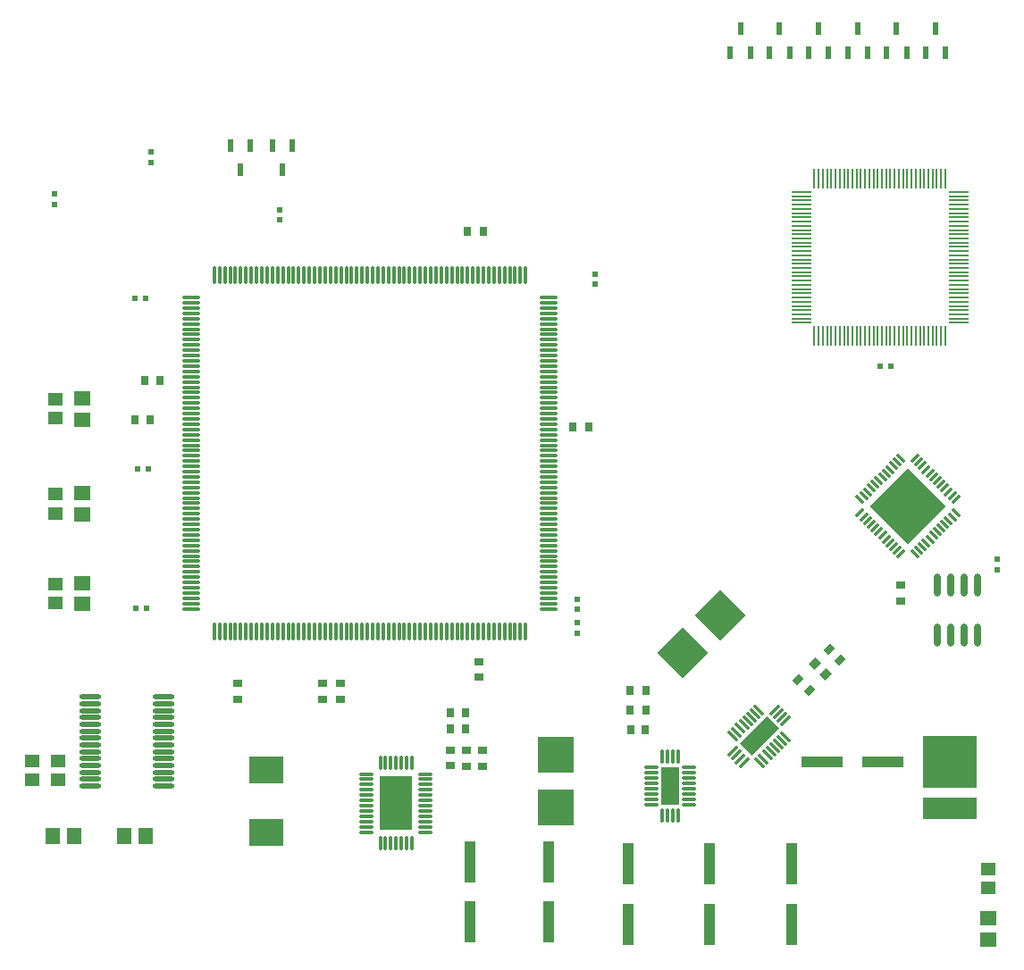
<source format=gtp>
%FSAX24Y24*%
%MOIN*%
G70*
G01*
G75*
G04 Layer_Color=8421504*
%ADD10C,0.0080*%
%ADD11C,0.0079*%
%ADD12R,0.0591X0.0551*%
%ADD13R,0.0551X0.0591*%
%ADD14O,0.0236X0.0866*%
%ADD15R,0.0394X0.1575*%
%ADD16R,0.1575X0.0394*%
%ADD17R,0.1299X0.0984*%
G04:AMPARAMS|DCode=18|XSize=8.7mil|YSize=74.8mil|CornerRadius=2.2mil|HoleSize=0mil|Usage=FLASHONLY|Rotation=90.000|XOffset=0mil|YOffset=0mil|HoleType=Round|Shape=RoundedRectangle|*
%AMROUNDEDRECTD18*
21,1,0.0087,0.0705,0,0,90.0*
21,1,0.0043,0.0748,0,0,90.0*
1,1,0.0043,0.0352,0.0022*
1,1,0.0043,0.0352,-0.0022*
1,1,0.0043,-0.0352,-0.0022*
1,1,0.0043,-0.0352,0.0022*
%
%ADD18ROUNDEDRECTD18*%
G04:AMPARAMS|DCode=19|XSize=8.7mil|YSize=74.8mil|CornerRadius=2.2mil|HoleSize=0mil|Usage=FLASHONLY|Rotation=180.000|XOffset=0mil|YOffset=0mil|HoleType=Round|Shape=RoundedRectangle|*
%AMROUNDEDRECTD19*
21,1,0.0087,0.0705,0,0,180.0*
21,1,0.0043,0.0748,0,0,180.0*
1,1,0.0043,-0.0022,0.0352*
1,1,0.0043,0.0022,0.0352*
1,1,0.0043,0.0022,-0.0352*
1,1,0.0043,-0.0022,-0.0352*
%
%ADD19ROUNDEDRECTD19*%
G04:AMPARAMS|DCode=20|XSize=133.9mil|YSize=135.8mil|CornerRadius=0mil|HoleSize=0mil|Usage=FLASHONLY|Rotation=135.000|XOffset=0mil|YOffset=0mil|HoleType=Round|Shape=Rectangle|*
%AMROTATEDRECTD20*
4,1,4,0.0953,0.0007,-0.0007,-0.0953,-0.0953,-0.0007,0.0007,0.0953,0.0953,0.0007,0.0*
%
%ADD20ROTATEDRECTD20*%

%ADD21R,0.1339X0.1358*%
%ADD22R,0.2047X0.0827*%
%ADD23R,0.2047X0.1969*%
G04:AMPARAMS|DCode=24|XSize=11.8mil|YSize=65mil|CornerRadius=3mil|HoleSize=0mil|Usage=FLASHONLY|Rotation=90.000|XOffset=0mil|YOffset=0mil|HoleType=Round|Shape=RoundedRectangle|*
%AMROUNDEDRECTD24*
21,1,0.0118,0.0591,0,0,90.0*
21,1,0.0059,0.0650,0,0,90.0*
1,1,0.0059,0.0295,0.0030*
1,1,0.0059,0.0295,-0.0030*
1,1,0.0059,-0.0295,-0.0030*
1,1,0.0059,-0.0295,0.0030*
%
%ADD24ROUNDEDRECTD24*%
G04:AMPARAMS|DCode=25|XSize=11.8mil|YSize=65mil|CornerRadius=3mil|HoleSize=0mil|Usage=FLASHONLY|Rotation=0.000|XOffset=0mil|YOffset=0mil|HoleType=Round|Shape=RoundedRectangle|*
%AMROUNDEDRECTD25*
21,1,0.0118,0.0591,0,0,0.0*
21,1,0.0059,0.0650,0,0,0.0*
1,1,0.0059,0.0030,-0.0295*
1,1,0.0059,-0.0030,-0.0295*
1,1,0.0059,-0.0030,0.0295*
1,1,0.0059,0.0030,0.0295*
%
%ADD25ROUNDEDRECTD25*%
%ADD26O,0.0827X0.0177*%
%ADD27R,0.1240X0.2028*%
%ADD28O,0.0118X0.0551*%
%ADD29O,0.0551X0.0118*%
G04:AMPARAMS|DCode=30|XSize=65mil|YSize=143.7mil|CornerRadius=0mil|HoleSize=0mil|Usage=FLASHONLY|Rotation=315.000|XOffset=0mil|YOffset=0mil|HoleType=Round|Shape=Rectangle|*
%AMROTATEDRECTD30*
4,1,4,-0.0738,-0.0278,0.0278,0.0738,0.0738,0.0278,-0.0278,-0.0738,-0.0738,-0.0278,0.0*
%
%ADD30ROTATEDRECTD30*%

G04:AMPARAMS|DCode=31|XSize=11.8mil|YSize=55.1mil|CornerRadius=0mil|HoleSize=0mil|Usage=FLASHONLY|Rotation=315.000|XOffset=0mil|YOffset=0mil|HoleType=Round|Shape=Round|*
%AMOVALD31*
21,1,0.0433,0.0118,0.0000,0.0000,45.0*
1,1,0.0118,-0.0153,-0.0153*
1,1,0.0118,0.0153,0.0153*
%
%ADD31OVALD31*%

G04:AMPARAMS|DCode=32|XSize=11.8mil|YSize=55.1mil|CornerRadius=0mil|HoleSize=0mil|Usage=FLASHONLY|Rotation=45.000|XOffset=0mil|YOffset=0mil|HoleType=Round|Shape=Round|*
%AMOVALD32*
21,1,0.0433,0.0118,0.0000,0.0000,135.0*
1,1,0.0118,0.0153,-0.0153*
1,1,0.0118,-0.0153,0.0153*
%
%ADD32OVALD32*%

%ADD33R,0.0650X0.1437*%
%ADD34R,0.0197X0.0236*%
%ADD35R,0.0236X0.0197*%
%ADD36R,0.0354X0.0276*%
%ADD37R,0.0276X0.0354*%
%ADD38R,0.0354X0.0315*%
%ADD39R,0.0315X0.0354*%
G04:AMPARAMS|DCode=40|XSize=35.4mil|YSize=31.5mil|CornerRadius=0mil|HoleSize=0mil|Usage=FLASHONLY|Rotation=225.000|XOffset=0mil|YOffset=0mil|HoleType=Round|Shape=Rectangle|*
%AMROTATEDRECTD40*
4,1,4,0.0014,0.0237,0.0237,0.0014,-0.0014,-0.0237,-0.0237,-0.0014,0.0014,0.0237,0.0*
%
%ADD40ROTATEDRECTD40*%

%ADD41R,0.0551X0.0472*%
G04:AMPARAMS|DCode=42|XSize=35.4mil|YSize=27.6mil|CornerRadius=0mil|HoleSize=0mil|Usage=FLASHONLY|Rotation=45.000|XOffset=0mil|YOffset=0mil|HoleType=Round|Shape=Rectangle|*
%AMROTATEDRECTD42*
4,1,4,-0.0028,-0.0223,-0.0223,-0.0028,0.0028,0.0223,0.0223,0.0028,-0.0028,-0.0223,0.0*
%
%ADD42ROTATEDRECTD42*%

%ADD43P,0.2840X4X270.0*%
G04:AMPARAMS|DCode=44|XSize=11.8mil|YSize=39.4mil|CornerRadius=0mil|HoleSize=0mil|Usage=FLASHONLY|Rotation=225.000|XOffset=0mil|YOffset=0mil|HoleType=Round|Shape=Rectangle|*
%AMROTATEDRECTD44*
4,1,4,-0.0097,0.0181,0.0181,-0.0097,0.0097,-0.0181,-0.0181,0.0097,-0.0097,0.0181,0.0*
%
%ADD44ROTATEDRECTD44*%

G04:AMPARAMS|DCode=45|XSize=11.8mil|YSize=39.4mil|CornerRadius=0mil|HoleSize=0mil|Usage=FLASHONLY|Rotation=315.000|XOffset=0mil|YOffset=0mil|HoleType=Round|Shape=Rectangle|*
%AMROTATEDRECTD45*
4,1,4,-0.0181,-0.0097,0.0097,0.0181,0.0181,0.0097,-0.0097,-0.0181,-0.0181,-0.0097,0.0*
%
%ADD45ROTATEDRECTD45*%

%ADD46R,0.0236X0.0453*%
%ADD47C,0.0118*%
%ADD48C,0.0197*%
%ADD49C,0.0110*%
%ADD50C,0.0315*%
%ADD51C,0.0236*%
%ADD52C,0.0551*%
%ADD53C,0.0157*%
%ADD54C,0.0276*%
%ADD55C,0.0100*%
%ADD56C,0.0709*%
%ADD57C,0.0787*%
%ADD58C,0.0472*%
%ADD59C,0.0512*%
%ADD60C,0.0827*%
%ADD61C,0.0120*%
%ADD62R,0.3858X0.3858*%
%ADD63O,0.2362X0.2756*%
%ADD64C,0.0551*%
%ADD65O,0.2756X0.2362*%
%ADD66O,0.1181X0.1024*%
%ADD67R,0.0827X0.0827*%
%ADD68C,0.0827*%
%ADD69C,0.0709*%
%ADD70C,0.1575*%
%ADD71C,0.1181*%
%ADD72O,0.2362X0.1969*%
%ADD73O,0.2362X0.1575*%
%ADD74O,0.1181X0.2362*%
%ADD75C,0.0748*%
%ADD76R,0.0748X0.0748*%
%ADD77R,0.0748X0.0748*%
%ADD78R,0.0787X0.0787*%
%ADD79C,0.0787*%
%ADD80C,0.2362*%
%ADD81C,0.1654*%
%ADD82C,0.0630*%
%ADD83R,0.0630X0.0630*%
%ADD84C,0.0280*%
%ADD85C,0.0472*%
%ADD86C,0.0079*%
G04:AMPARAMS|DCode=87|XSize=16.5mil|YSize=65mil|CornerRadius=4.1mil|HoleSize=0mil|Usage=FLASHONLY|Rotation=45.000|XOffset=0mil|YOffset=0mil|HoleType=Round|Shape=RoundedRectangle|*
%AMROUNDEDRECTD87*
21,1,0.0165,0.0567,0,0,45.0*
21,1,0.0083,0.0650,0,0,45.0*
1,1,0.0083,0.0230,-0.0171*
1,1,0.0083,0.0171,-0.0230*
1,1,0.0083,-0.0230,0.0171*
1,1,0.0083,-0.0171,0.0230*
%
%ADD87ROUNDEDRECTD87*%
G04:AMPARAMS|DCode=88|XSize=16.5mil|YSize=65mil|CornerRadius=4.1mil|HoleSize=0mil|Usage=FLASHONLY|Rotation=315.000|XOffset=0mil|YOffset=0mil|HoleType=Round|Shape=RoundedRectangle|*
%AMROUNDEDRECTD88*
21,1,0.0165,0.0567,0,0,315.0*
21,1,0.0083,0.0650,0,0,315.0*
1,1,0.0083,-0.0171,-0.0230*
1,1,0.0083,-0.0230,-0.0171*
1,1,0.0083,0.0171,0.0230*
1,1,0.0083,0.0230,0.0171*
%
%ADD88ROUNDEDRECTD88*%
G04:AMPARAMS|DCode=89|XSize=19.7mil|YSize=23.6mil|CornerRadius=0mil|HoleSize=0mil|Usage=FLASHONLY|Rotation=315.000|XOffset=0mil|YOffset=0mil|HoleType=Round|Shape=Rectangle|*
%AMROTATEDRECTD89*
4,1,4,-0.0153,-0.0014,0.0014,0.0153,0.0153,0.0014,-0.0014,-0.0153,-0.0153,-0.0014,0.0*
%
%ADD89ROTATEDRECTD89*%

%ADD90R,0.0433X0.0669*%
G04:AMPARAMS|DCode=91|XSize=66.9mil|YSize=43.3mil|CornerRadius=0mil|HoleSize=0mil|Usage=FLASHONLY|Rotation=225.000|XOffset=0mil|YOffset=0mil|HoleType=Round|Shape=Rectangle|*
%AMROTATEDRECTD91*
4,1,4,0.0084,0.0390,0.0390,0.0084,-0.0084,-0.0390,-0.0390,-0.0084,0.0084,0.0390,0.0*
%
%ADD91ROTATEDRECTD91*%

%ADD92R,0.0669X0.0433*%
G04:AMPARAMS|DCode=93|XSize=66.9mil|YSize=43.3mil|CornerRadius=0mil|HoleSize=0mil|Usage=FLASHONLY|Rotation=135.000|XOffset=0mil|YOffset=0mil|HoleType=Round|Shape=Rectangle|*
%AMROTATEDRECTD93*
4,1,4,0.0390,-0.0084,0.0084,-0.0390,-0.0390,0.0084,-0.0084,0.0390,0.0390,-0.0084,0.0*
%
%ADD93ROTATEDRECTD93*%

%ADD94O,0.0984X0.0295*%
%ADD95R,0.0630X0.0512*%
G04:AMPARAMS|DCode=96|XSize=49.2mil|YSize=33.5mil|CornerRadius=0mil|HoleSize=0mil|Usage=FLASHONLY|Rotation=135.000|XOffset=0mil|YOffset=0mil|HoleType=Round|Shape=Rectangle|*
%AMROTATEDRECTD96*
4,1,4,0.0292,-0.0056,0.0056,-0.0292,-0.0292,0.0056,-0.0056,0.0292,0.0292,-0.0056,0.0*
%
%ADD96ROTATEDRECTD96*%

G04:AMPARAMS|DCode=97|XSize=19.7mil|YSize=23.6mil|CornerRadius=0mil|HoleSize=0mil|Usage=FLASHONLY|Rotation=225.000|XOffset=0mil|YOffset=0mil|HoleType=Round|Shape=Rectangle|*
%AMROTATEDRECTD97*
4,1,4,-0.0014,0.0153,0.0153,-0.0014,0.0014,-0.0153,-0.0153,0.0014,-0.0014,0.0153,0.0*
%
%ADD97ROTATEDRECTD97*%

%ADD98R,0.0433X0.0551*%
%ADD99R,0.0551X0.0433*%
%ADD100R,0.0453X0.0236*%
%ADD101C,0.0394*%
%ADD102C,0.0433*%
%ADD103C,0.0630*%
%ADD104C,0.0984*%
%ADD105C,0.1575*%
%ADD106C,0.1181*%
%ADD107C,0.0098*%
%ADD108C,0.0010*%
D12*
X052520Y011299D02*
D03*
Y012087D02*
D03*
X018701Y024606D02*
D03*
Y023819D02*
D03*
Y027953D02*
D03*
Y027165D02*
D03*
Y031496D02*
D03*
Y030709D02*
D03*
D13*
X021063Y015157D02*
D03*
X020276D02*
D03*
X018406D02*
D03*
X017618D02*
D03*
D14*
X052098Y024537D02*
D03*
X051598D02*
D03*
X051098D02*
D03*
X050598D02*
D03*
X052098Y022648D02*
D03*
X051598D02*
D03*
X051098D02*
D03*
X050598D02*
D03*
D15*
X036122Y011951D02*
D03*
Y014195D02*
D03*
X042126Y011870D02*
D03*
Y014114D02*
D03*
X039075Y011870D02*
D03*
Y014114D02*
D03*
X033169Y011951D02*
D03*
Y014195D02*
D03*
X045177Y011870D02*
D03*
Y014114D02*
D03*
D16*
X046319Y017913D02*
D03*
X048563D02*
D03*
D17*
X025569Y015311D02*
D03*
Y017634D02*
D03*
D18*
X045535Y034312D02*
D03*
Y034470D02*
D03*
Y034627D02*
D03*
Y034785D02*
D03*
Y034942D02*
D03*
Y035100D02*
D03*
Y035257D02*
D03*
Y035415D02*
D03*
Y035572D02*
D03*
Y035730D02*
D03*
Y035887D02*
D03*
Y036045D02*
D03*
Y036202D02*
D03*
Y036360D02*
D03*
Y036517D02*
D03*
Y036675D02*
D03*
Y036832D02*
D03*
Y036990D02*
D03*
Y037147D02*
D03*
Y037304D02*
D03*
Y037462D02*
D03*
Y037619D02*
D03*
Y037777D02*
D03*
Y037934D02*
D03*
Y038092D02*
D03*
Y038249D02*
D03*
Y038407D02*
D03*
Y038564D02*
D03*
Y038722D02*
D03*
Y038879D02*
D03*
Y039037D02*
D03*
Y039194D02*
D03*
X051402D02*
D03*
Y039037D02*
D03*
Y038879D02*
D03*
Y038722D02*
D03*
Y038564D02*
D03*
Y038407D02*
D03*
Y038249D02*
D03*
Y038092D02*
D03*
Y037934D02*
D03*
Y037777D02*
D03*
Y037619D02*
D03*
Y037462D02*
D03*
Y037304D02*
D03*
Y037147D02*
D03*
Y036990D02*
D03*
Y036832D02*
D03*
Y036675D02*
D03*
Y036517D02*
D03*
Y036360D02*
D03*
Y036202D02*
D03*
Y036045D02*
D03*
Y035887D02*
D03*
Y035730D02*
D03*
Y035572D02*
D03*
Y035415D02*
D03*
Y035257D02*
D03*
Y035100D02*
D03*
Y034942D02*
D03*
Y034785D02*
D03*
Y034627D02*
D03*
Y034470D02*
D03*
Y034312D02*
D03*
D19*
X046028Y039686D02*
D03*
X046185D02*
D03*
X046343D02*
D03*
X046500D02*
D03*
X046657D02*
D03*
X046815D02*
D03*
X046972D02*
D03*
X047130D02*
D03*
X047287D02*
D03*
X047445D02*
D03*
X047602D02*
D03*
X047760D02*
D03*
X047917D02*
D03*
X048075D02*
D03*
X048232D02*
D03*
X048390D02*
D03*
X048547D02*
D03*
X048705D02*
D03*
X048862D02*
D03*
X049020D02*
D03*
X049177D02*
D03*
X049335D02*
D03*
X049492D02*
D03*
X049650D02*
D03*
X049807D02*
D03*
X049965D02*
D03*
X050122D02*
D03*
X050280D02*
D03*
X050437D02*
D03*
X050594D02*
D03*
X050752D02*
D03*
X050909D02*
D03*
Y033820D02*
D03*
X050752D02*
D03*
X050594D02*
D03*
X050437D02*
D03*
X050280D02*
D03*
X050122D02*
D03*
X049965D02*
D03*
X049807D02*
D03*
X049650D02*
D03*
X049492D02*
D03*
X049335D02*
D03*
X049177D02*
D03*
X049020D02*
D03*
X048862D02*
D03*
X048705D02*
D03*
X048547D02*
D03*
X048390D02*
D03*
X048232D02*
D03*
X048075D02*
D03*
X047917D02*
D03*
X047760D02*
D03*
X047602D02*
D03*
X047445D02*
D03*
X047287D02*
D03*
X047130D02*
D03*
X046972D02*
D03*
X046815D02*
D03*
X046657D02*
D03*
X046500D02*
D03*
X046343D02*
D03*
X046185D02*
D03*
X046028D02*
D03*
D20*
X042517Y023386D02*
D03*
X041125Y021995D02*
D03*
D21*
X036388Y018209D02*
D03*
Y016240D02*
D03*
D22*
X051083Y016181D02*
D03*
D23*
Y017913D02*
D03*
D24*
X022795Y035256D02*
D03*
Y035059D02*
D03*
Y034862D02*
D03*
Y034665D02*
D03*
Y034469D02*
D03*
Y034272D02*
D03*
Y034075D02*
D03*
Y033878D02*
D03*
Y033681D02*
D03*
Y033484D02*
D03*
Y033287D02*
D03*
Y033091D02*
D03*
Y032894D02*
D03*
Y032697D02*
D03*
Y032500D02*
D03*
Y032303D02*
D03*
Y032106D02*
D03*
Y031909D02*
D03*
Y031713D02*
D03*
Y031516D02*
D03*
Y031319D02*
D03*
Y031122D02*
D03*
Y030925D02*
D03*
Y030728D02*
D03*
Y030531D02*
D03*
Y030335D02*
D03*
Y030138D02*
D03*
Y029941D02*
D03*
Y029744D02*
D03*
Y029547D02*
D03*
Y029350D02*
D03*
Y029154D02*
D03*
Y028957D02*
D03*
Y028760D02*
D03*
Y028563D02*
D03*
Y028366D02*
D03*
Y028169D02*
D03*
Y027972D02*
D03*
Y027776D02*
D03*
Y027579D02*
D03*
Y027382D02*
D03*
Y027185D02*
D03*
Y026988D02*
D03*
Y026791D02*
D03*
Y026594D02*
D03*
Y026398D02*
D03*
Y026201D02*
D03*
Y026004D02*
D03*
Y025807D02*
D03*
Y025610D02*
D03*
Y025413D02*
D03*
Y025217D02*
D03*
Y025020D02*
D03*
Y024823D02*
D03*
Y024626D02*
D03*
Y024429D02*
D03*
Y024232D02*
D03*
Y024035D02*
D03*
Y023839D02*
D03*
Y023642D02*
D03*
X036102D02*
D03*
Y023839D02*
D03*
Y024035D02*
D03*
Y024232D02*
D03*
Y024429D02*
D03*
Y024626D02*
D03*
Y024823D02*
D03*
Y025020D02*
D03*
Y025217D02*
D03*
Y025413D02*
D03*
Y025610D02*
D03*
Y025807D02*
D03*
Y026004D02*
D03*
Y026201D02*
D03*
Y026398D02*
D03*
Y026594D02*
D03*
Y026791D02*
D03*
Y026988D02*
D03*
Y027185D02*
D03*
Y027382D02*
D03*
Y027579D02*
D03*
Y027776D02*
D03*
Y027972D02*
D03*
Y028169D02*
D03*
Y028366D02*
D03*
Y028563D02*
D03*
Y028760D02*
D03*
Y028957D02*
D03*
Y029154D02*
D03*
Y029350D02*
D03*
Y029547D02*
D03*
Y029744D02*
D03*
Y029941D02*
D03*
Y030138D02*
D03*
Y030335D02*
D03*
Y030531D02*
D03*
Y030728D02*
D03*
Y030925D02*
D03*
Y031122D02*
D03*
Y031319D02*
D03*
Y031516D02*
D03*
Y031713D02*
D03*
Y031909D02*
D03*
Y032106D02*
D03*
Y032303D02*
D03*
Y032500D02*
D03*
Y032697D02*
D03*
Y032894D02*
D03*
Y033091D02*
D03*
Y033287D02*
D03*
Y033484D02*
D03*
Y033681D02*
D03*
Y033878D02*
D03*
Y034075D02*
D03*
Y034272D02*
D03*
Y034469D02*
D03*
Y034665D02*
D03*
Y034862D02*
D03*
Y035059D02*
D03*
Y035256D02*
D03*
D25*
X023642Y022795D02*
D03*
X023839D02*
D03*
X024035D02*
D03*
X024232D02*
D03*
X024429D02*
D03*
X024626D02*
D03*
X024823D02*
D03*
X025020D02*
D03*
X025217D02*
D03*
X025413D02*
D03*
X025610D02*
D03*
X025807D02*
D03*
X026004D02*
D03*
X026201D02*
D03*
X026398D02*
D03*
X026595D02*
D03*
X026791D02*
D03*
X026988D02*
D03*
X027185D02*
D03*
X027382D02*
D03*
X027579D02*
D03*
X027776D02*
D03*
X027972D02*
D03*
X028169D02*
D03*
X028366D02*
D03*
X028563D02*
D03*
X028760D02*
D03*
X028957D02*
D03*
X029154D02*
D03*
X029350D02*
D03*
X029547D02*
D03*
X029744D02*
D03*
X029941D02*
D03*
X030138D02*
D03*
X030335D02*
D03*
X030532D02*
D03*
X030728D02*
D03*
X030925D02*
D03*
X031122D02*
D03*
X031319D02*
D03*
X031516D02*
D03*
X031713D02*
D03*
X031909D02*
D03*
X032106D02*
D03*
X032303D02*
D03*
X032500D02*
D03*
X032697D02*
D03*
X032894D02*
D03*
X033091D02*
D03*
X033287D02*
D03*
X033484D02*
D03*
X033681D02*
D03*
X033878D02*
D03*
X034075D02*
D03*
X034272D02*
D03*
X034469D02*
D03*
X034665D02*
D03*
X034862D02*
D03*
X035059D02*
D03*
X035256D02*
D03*
Y036102D02*
D03*
X035059D02*
D03*
X034862D02*
D03*
X034665D02*
D03*
X034469D02*
D03*
X034272D02*
D03*
X034075D02*
D03*
X033878D02*
D03*
X033681D02*
D03*
X033484D02*
D03*
X033287D02*
D03*
X033091D02*
D03*
X032894D02*
D03*
X032697D02*
D03*
X032500D02*
D03*
X032303D02*
D03*
X032106D02*
D03*
X031909D02*
D03*
X031713D02*
D03*
X031516D02*
D03*
X031319D02*
D03*
X031122D02*
D03*
X030925D02*
D03*
X030728D02*
D03*
X030532D02*
D03*
X030335D02*
D03*
X030138D02*
D03*
X029941D02*
D03*
X029744D02*
D03*
X029547D02*
D03*
X029350D02*
D03*
X029154D02*
D03*
X028957D02*
D03*
X028760D02*
D03*
X028563D02*
D03*
X028366D02*
D03*
X028169D02*
D03*
X027972D02*
D03*
X027776D02*
D03*
X027579D02*
D03*
X027382D02*
D03*
X027185D02*
D03*
X026988D02*
D03*
X026791D02*
D03*
X026595D02*
D03*
X026398D02*
D03*
X026201D02*
D03*
X026004D02*
D03*
X025807D02*
D03*
X025610D02*
D03*
X025413D02*
D03*
X025217D02*
D03*
X025020D02*
D03*
X024823D02*
D03*
X024626D02*
D03*
X024429D02*
D03*
X024232D02*
D03*
X024035D02*
D03*
X023839D02*
D03*
X023642D02*
D03*
D26*
X019016Y020354D02*
D03*
Y020098D02*
D03*
Y019843D02*
D03*
Y019587D02*
D03*
Y019331D02*
D03*
Y019075D02*
D03*
Y018819D02*
D03*
Y018563D02*
D03*
Y018307D02*
D03*
Y018051D02*
D03*
Y017795D02*
D03*
Y017539D02*
D03*
Y017283D02*
D03*
Y017028D02*
D03*
X021732Y020354D02*
D03*
Y020098D02*
D03*
Y019843D02*
D03*
Y019587D02*
D03*
Y019331D02*
D03*
Y019075D02*
D03*
Y018819D02*
D03*
Y018563D02*
D03*
Y018307D02*
D03*
Y018051D02*
D03*
Y017795D02*
D03*
Y017539D02*
D03*
Y017283D02*
D03*
Y017028D02*
D03*
D27*
X030422Y016394D02*
D03*
D28*
X029831Y017890D02*
D03*
X030028D02*
D03*
X030225D02*
D03*
X030422D02*
D03*
X030618D02*
D03*
X030815D02*
D03*
X031012D02*
D03*
Y014898D02*
D03*
X030815D02*
D03*
X030618D02*
D03*
X030422D02*
D03*
X030225D02*
D03*
X030028D02*
D03*
X029831D02*
D03*
X040344Y018130D02*
D03*
X040541D02*
D03*
X040738D02*
D03*
X040935D02*
D03*
Y015925D02*
D03*
X040738D02*
D03*
X040541D02*
D03*
X040344D02*
D03*
D29*
X031524Y017477D02*
D03*
Y017280D02*
D03*
Y017083D02*
D03*
Y016886D02*
D03*
Y016689D02*
D03*
Y016492D02*
D03*
Y016296D02*
D03*
Y016099D02*
D03*
Y015902D02*
D03*
Y015705D02*
D03*
Y015508D02*
D03*
Y015311D02*
D03*
X029319D02*
D03*
Y015508D02*
D03*
Y015705D02*
D03*
Y015902D02*
D03*
Y016099D02*
D03*
Y016296D02*
D03*
Y016492D02*
D03*
Y016689D02*
D03*
Y016886D02*
D03*
Y017083D02*
D03*
Y017280D02*
D03*
Y017477D02*
D03*
X041348Y017717D02*
D03*
Y017520D02*
D03*
Y017323D02*
D03*
Y017126D02*
D03*
Y016929D02*
D03*
Y016732D02*
D03*
Y016535D02*
D03*
Y016339D02*
D03*
X039931D02*
D03*
Y016535D02*
D03*
Y016732D02*
D03*
Y016929D02*
D03*
Y017126D02*
D03*
Y017323D02*
D03*
Y017520D02*
D03*
Y017717D02*
D03*
D30*
X043972Y018889D02*
D03*
D31*
X044543Y019877D02*
D03*
X044682Y019738D02*
D03*
X044821Y019598D02*
D03*
X044961Y019459D02*
D03*
X043402Y017900D02*
D03*
X043262Y018039D02*
D03*
X043123Y018179D02*
D03*
X042984Y018318D02*
D03*
D32*
X044961Y018875D02*
D03*
X044821Y018735D02*
D03*
X044682Y018596D02*
D03*
X044543Y018457D02*
D03*
X044404Y018318D02*
D03*
X044265Y018179D02*
D03*
X044125Y018039D02*
D03*
X043986Y017900D02*
D03*
X042984Y018902D02*
D03*
X043123Y019042D02*
D03*
X043262Y019181D02*
D03*
X043402Y019320D02*
D03*
X043541Y019459D02*
D03*
X043680Y019598D02*
D03*
X043819Y019738D02*
D03*
X043958Y019877D02*
D03*
D33*
X040640Y017028D02*
D03*
D34*
X026063Y038150D02*
D03*
Y038543D02*
D03*
X037165Y022726D02*
D03*
Y023120D02*
D03*
X052835Y025108D02*
D03*
X052835Y025502D02*
D03*
X017667Y039114D02*
D03*
X017667Y038720D02*
D03*
X021270Y040295D02*
D03*
Y040689D02*
D03*
X037165Y024006D02*
D03*
X037165Y023612D02*
D03*
X037835Y035748D02*
D03*
Y036142D02*
D03*
D35*
X021181Y028858D02*
D03*
X020787D02*
D03*
X048868Y032707D02*
D03*
X048474D02*
D03*
X021102Y023661D02*
D03*
X020709D02*
D03*
X021063Y035236D02*
D03*
X020669D02*
D03*
D36*
X024508Y020866D02*
D03*
Y020276D02*
D03*
X028346Y020846D02*
D03*
Y020256D02*
D03*
X027677D02*
D03*
Y020846D02*
D03*
X033504Y021083D02*
D03*
Y021673D02*
D03*
X049252Y023927D02*
D03*
X049252Y024518D02*
D03*
X033051Y018366D02*
D03*
X033051Y017776D02*
D03*
X033642Y017776D02*
D03*
X033642Y018366D02*
D03*
D37*
X033681Y037717D02*
D03*
X033091D02*
D03*
X033023Y019157D02*
D03*
X032433D02*
D03*
X039744Y019852D02*
D03*
X039154Y019852D02*
D03*
X039154Y020610D02*
D03*
X039744Y020610D02*
D03*
X021624Y032175D02*
D03*
X021033D02*
D03*
X037608Y030433D02*
D03*
X037018D02*
D03*
X021260Y030709D02*
D03*
X020669D02*
D03*
D38*
X032461Y017795D02*
D03*
Y018346D02*
D03*
D39*
X033004Y019748D02*
D03*
X032453D02*
D03*
X039173Y019124D02*
D03*
X039724D02*
D03*
D40*
X046053Y021586D02*
D03*
X046442Y021196D02*
D03*
D41*
X017717Y030748D02*
D03*
Y031457D02*
D03*
Y027205D02*
D03*
Y027913D02*
D03*
X017717Y024567D02*
D03*
Y023858D02*
D03*
X016831Y017972D02*
D03*
Y017264D02*
D03*
X017815Y017972D02*
D03*
Y017264D02*
D03*
X052520Y013228D02*
D03*
Y013937D02*
D03*
D42*
X045845Y020587D02*
D03*
X045428Y021004D02*
D03*
X046563Y022138D02*
D03*
X046980Y021720D02*
D03*
D43*
X049518Y027470D02*
D03*
D44*
X051306Y027213D02*
D03*
X051167Y027074D02*
D03*
X051028Y026935D02*
D03*
X050889Y026795D02*
D03*
X050750Y026656D02*
D03*
X050610Y026517D02*
D03*
X050471Y026378D02*
D03*
X050332Y026239D02*
D03*
X050193Y026099D02*
D03*
X050054Y025960D02*
D03*
X049914Y025821D02*
D03*
X049775Y025682D02*
D03*
X047729Y027728D02*
D03*
X047868Y027867D02*
D03*
X048007Y028006D02*
D03*
X048147Y028146D02*
D03*
X048286Y028285D02*
D03*
X048425Y028424D02*
D03*
X048564Y028563D02*
D03*
X048703Y028702D02*
D03*
X048843Y028842D02*
D03*
X048982Y028981D02*
D03*
X049121Y029120D02*
D03*
X049260Y029259D02*
D03*
D45*
Y025682D02*
D03*
X049121Y025821D02*
D03*
X048982Y025960D02*
D03*
X048843Y026099D02*
D03*
X048703Y026239D02*
D03*
X048564Y026378D02*
D03*
X048425Y026517D02*
D03*
X048286Y026656D02*
D03*
X048147Y026795D02*
D03*
X048007Y026935D02*
D03*
X047868Y027074D02*
D03*
X047729Y027213D02*
D03*
X049775Y029259D02*
D03*
X049914Y029120D02*
D03*
X051167Y027867D02*
D03*
X051306Y027728D02*
D03*
X051028Y028006D02*
D03*
X050471Y028563D02*
D03*
X050332Y028702D02*
D03*
X050193Y028842D02*
D03*
X050054Y028981D02*
D03*
X050610Y028424D02*
D03*
X050750Y028285D02*
D03*
X050889Y028146D02*
D03*
D46*
X043268Y045285D02*
D03*
X043642Y044400D02*
D03*
X042894D02*
D03*
X024606Y040030D02*
D03*
X024232Y040915D02*
D03*
X024980D02*
D03*
X026555D02*
D03*
X025807D02*
D03*
X026181Y040030D02*
D03*
X044724Y045285D02*
D03*
X045098Y044400D02*
D03*
X044350D02*
D03*
X046181Y045285D02*
D03*
X046555Y044400D02*
D03*
X045807D02*
D03*
X047638Y045285D02*
D03*
X048012Y044400D02*
D03*
X047264D02*
D03*
X049094Y045285D02*
D03*
X049468Y044400D02*
D03*
X048720D02*
D03*
X050551Y045285D02*
D03*
X050925Y044400D02*
D03*
X050177D02*
D03*
M02*

</source>
